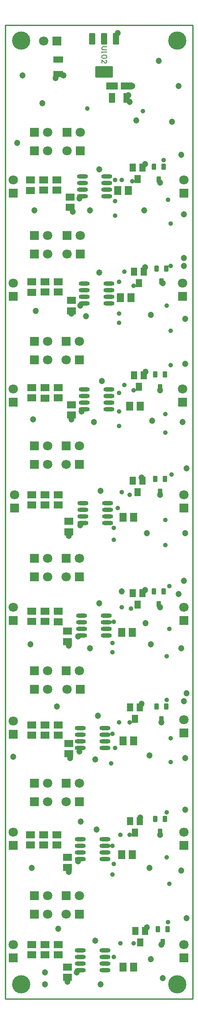
<source format=gts>
G04 Layer_Color=8388736*
%FSLAX25Y25*%
%MOIN*%
G70*
G01*
G75*
%ADD22C,0.01000*%
%ADD23C,0.00800*%
G04:AMPARAMS|DCode=38|XSize=31.62mil|YSize=47.37mil|CornerRadius=6.01mil|HoleSize=0mil|Usage=FLASHONLY|Rotation=0.000|XOffset=0mil|YOffset=0mil|HoleType=Round|Shape=RoundedRectangle|*
%AMROUNDEDRECTD38*
21,1,0.03162,0.03535,0,0,0.0*
21,1,0.01961,0.04737,0,0,0.0*
1,1,0.01202,0.00980,-0.01768*
1,1,0.01202,-0.00980,-0.01768*
1,1,0.01202,-0.00980,0.01768*
1,1,0.01202,0.00980,0.01768*
%
%ADD38ROUNDEDRECTD38*%
%ADD39R,0.04737X0.06312*%
%ADD40R,0.05524X0.06509*%
%ADD41R,0.06509X0.05524*%
%ADD42O,0.08280X0.03162*%
%ADD43R,0.08674X0.05524*%
G04:AMPARAMS|DCode=44|XSize=47.37mil|YSize=88.71mil|CornerRadius=5.97mil|HoleSize=0mil|Usage=FLASHONLY|Rotation=0.000|XOffset=0mil|YOffset=0mil|HoleType=Round|Shape=RoundedRectangle|*
%AMROUNDEDRECTD44*
21,1,0.04737,0.07677,0,0,0.0*
21,1,0.03543,0.08871,0,0,0.0*
1,1,0.01194,0.01772,-0.03839*
1,1,0.01194,-0.01772,-0.03839*
1,1,0.01194,-0.01772,0.03839*
1,1,0.01194,0.01772,0.03839*
%
%ADD44ROUNDEDRECTD44*%
G04:AMPARAMS|DCode=45|XSize=135.95mil|YSize=88.71mil|CornerRadius=6.02mil|HoleSize=0mil|Usage=FLASHONLY|Rotation=0.000|XOffset=0mil|YOffset=0mil|HoleType=Round|Shape=RoundedRectangle|*
%AMROUNDEDRECTD45*
21,1,0.13595,0.07667,0,0,0.0*
21,1,0.12392,0.08871,0,0,0.0*
1,1,0.01204,0.06196,-0.03834*
1,1,0.01204,-0.06196,-0.03834*
1,1,0.01204,-0.06196,0.03834*
1,1,0.01204,0.06196,0.03834*
%
%ADD45ROUNDEDRECTD45*%
%ADD46R,0.04540X0.07493*%
%ADD47R,0.07493X0.04540*%
%ADD48C,0.13800*%
%ADD49C,0.07099*%
%ADD50R,0.07099X0.07099*%
%ADD51R,0.07099X0.07099*%
%ADD52C,0.04737*%
%ADD53C,0.03556*%
D22*
X0Y-736221D02*
X141732D01*
Y0D01*
X0D02*
X141732D01*
X0Y-736221D02*
Y0D01*
D23*
X76499Y-16500D02*
X73583D01*
X73000Y-17083D01*
Y-18249D01*
X73583Y-18833D01*
X76499D01*
X73000Y-19999D02*
Y-21165D01*
Y-20582D01*
X76499D01*
X75916Y-19999D01*
Y-22915D02*
X76499Y-23498D01*
Y-24664D01*
X75916Y-25247D01*
X73583D01*
X73000Y-24664D01*
Y-23498D01*
X73583Y-22915D01*
X75916D01*
X73000Y-28746D02*
Y-26414D01*
X75333Y-28746D01*
X75916D01*
X76499Y-28163D01*
Y-26997D01*
X75916Y-26414D01*
D38*
X122740Y-683551D02*
D03*
X115260D02*
D03*
X119000Y-693000D02*
D03*
X120740Y-600276D02*
D03*
X113260D02*
D03*
X117000Y-609724D02*
D03*
X121740Y-515276D02*
D03*
X114260D02*
D03*
X118000Y-524724D02*
D03*
X119740Y-428276D02*
D03*
X112260D02*
D03*
X116000Y-437724D02*
D03*
X117000Y-352724D02*
D03*
X113260Y-343276D02*
D03*
X120740D02*
D03*
X118000Y-193724D02*
D03*
X114260Y-184276D02*
D03*
X121740D02*
D03*
X117000Y-273724D02*
D03*
X113260Y-264276D02*
D03*
X120740D02*
D03*
X116000Y-116724D02*
D03*
X112260Y-107276D02*
D03*
X119740D02*
D03*
D39*
X105740Y-684669D02*
D03*
X98260D02*
D03*
X102000Y-693331D02*
D03*
X101740Y-601669D02*
D03*
X94260D02*
D03*
X98000Y-610331D02*
D03*
X101740Y-515669D02*
D03*
X94260D02*
D03*
X98000Y-524331D02*
D03*
X103740Y-429339D02*
D03*
X96260D02*
D03*
X100000Y-438000D02*
D03*
Y-353000D02*
D03*
X96260Y-344339D02*
D03*
X103740D02*
D03*
X101000Y-273331D02*
D03*
X97260Y-264669D02*
D03*
X104740D02*
D03*
X101000Y-195000D02*
D03*
X97260Y-186339D02*
D03*
X104740D02*
D03*
X100000Y-116331D02*
D03*
X96260Y-107669D02*
D03*
X103740D02*
D03*
D40*
X96874Y-712000D02*
D03*
X89000D02*
D03*
X95937Y-627000D02*
D03*
X88063D02*
D03*
X96937Y-541000D02*
D03*
X89063D02*
D03*
X95874Y-459000D02*
D03*
X88000D02*
D03*
X89000Y-372000D02*
D03*
X96874D02*
D03*
X94063Y-288000D02*
D03*
X101937D02*
D03*
X87063Y-206000D02*
D03*
X94937D02*
D03*
X85000Y-125000D02*
D03*
X92874D02*
D03*
D41*
X20000Y-702937D02*
D03*
Y-695063D02*
D03*
X30000Y-702937D02*
D03*
Y-695063D02*
D03*
X40000Y-702937D02*
D03*
Y-695063D02*
D03*
X47000Y-719937D02*
D03*
Y-712063D02*
D03*
X19000Y-619937D02*
D03*
Y-612063D02*
D03*
X39000Y-619937D02*
D03*
Y-612063D02*
D03*
X29000Y-619937D02*
D03*
Y-612063D02*
D03*
X47000Y-636937D02*
D03*
Y-629063D02*
D03*
X20000Y-536937D02*
D03*
Y-529063D02*
D03*
X40000Y-536937D02*
D03*
Y-529063D02*
D03*
X48000Y-550937D02*
D03*
Y-543063D02*
D03*
X30000Y-536937D02*
D03*
Y-529063D02*
D03*
Y-450937D02*
D03*
Y-443063D02*
D03*
X47000Y-466000D02*
D03*
Y-458126D02*
D03*
X40000Y-451000D02*
D03*
Y-443126D02*
D03*
X20000Y-450874D02*
D03*
Y-443000D02*
D03*
X40000Y-355063D02*
D03*
Y-362937D02*
D03*
X30000Y-355063D02*
D03*
Y-362937D02*
D03*
X20000Y-355063D02*
D03*
Y-362937D02*
D03*
X48000Y-375126D02*
D03*
Y-383000D02*
D03*
X40000Y-274063D02*
D03*
Y-281937D02*
D03*
X30000Y-274126D02*
D03*
Y-282000D02*
D03*
X20000Y-274063D02*
D03*
Y-281937D02*
D03*
X50000Y-287063D02*
D03*
Y-294937D02*
D03*
Y-208126D02*
D03*
Y-216000D02*
D03*
X40000Y-194063D02*
D03*
Y-201937D02*
D03*
X30000Y-194063D02*
D03*
Y-201937D02*
D03*
X20000Y-194126D02*
D03*
Y-202000D02*
D03*
X19000Y-117126D02*
D03*
Y-125000D02*
D03*
X49000Y-130063D02*
D03*
Y-137937D02*
D03*
X29000Y-117063D02*
D03*
Y-124937D02*
D03*
X39000Y-117063D02*
D03*
Y-124937D02*
D03*
D42*
X75252Y-714500D02*
D03*
Y-709500D02*
D03*
Y-704500D02*
D03*
Y-699500D02*
D03*
X56748Y-714500D02*
D03*
Y-709500D02*
D03*
Y-704500D02*
D03*
Y-699500D02*
D03*
X75252Y-630500D02*
D03*
Y-625500D02*
D03*
Y-620500D02*
D03*
Y-615500D02*
D03*
X56748Y-630500D02*
D03*
Y-625500D02*
D03*
Y-620500D02*
D03*
Y-615500D02*
D03*
X75252Y-546500D02*
D03*
Y-541500D02*
D03*
Y-536500D02*
D03*
Y-531500D02*
D03*
X56748Y-546500D02*
D03*
Y-541500D02*
D03*
Y-536500D02*
D03*
Y-531500D02*
D03*
X76252Y-461500D02*
D03*
Y-456500D02*
D03*
Y-451500D02*
D03*
Y-446500D02*
D03*
X57748Y-461500D02*
D03*
Y-456500D02*
D03*
Y-451500D02*
D03*
Y-446500D02*
D03*
X59748Y-275500D02*
D03*
Y-280500D02*
D03*
Y-285500D02*
D03*
Y-290500D02*
D03*
X78252Y-275500D02*
D03*
Y-280500D02*
D03*
Y-285500D02*
D03*
Y-290500D02*
D03*
X59748Y-195500D02*
D03*
Y-200500D02*
D03*
Y-205500D02*
D03*
Y-210500D02*
D03*
X78252Y-195500D02*
D03*
Y-200500D02*
D03*
Y-205500D02*
D03*
Y-210500D02*
D03*
X58248Y-114500D02*
D03*
Y-119500D02*
D03*
Y-124500D02*
D03*
Y-129500D02*
D03*
X76752Y-114500D02*
D03*
Y-119500D02*
D03*
Y-124500D02*
D03*
Y-129500D02*
D03*
X58748Y-361500D02*
D03*
Y-366500D02*
D03*
Y-371500D02*
D03*
Y-376500D02*
D03*
X77252Y-361500D02*
D03*
Y-366500D02*
D03*
Y-371500D02*
D03*
Y-376500D02*
D03*
D43*
X80476Y-46000D02*
D03*
X91500D02*
D03*
D44*
X83555Y-10500D02*
D03*
X74500D02*
D03*
X65445D02*
D03*
D45*
X74500Y-35500D02*
D03*
D46*
X80488Y-55000D02*
D03*
X91512D02*
D03*
D47*
X40000Y-26000D02*
D03*
Y-37024D02*
D03*
D48*
X129921Y-725000D02*
D03*
X11811D02*
D03*
X129921Y-11811D02*
D03*
X11811D02*
D03*
D49*
X135000Y-695000D02*
D03*
X6000D02*
D03*
X135000Y-610000D02*
D03*
X6000D02*
D03*
X135000Y-525000D02*
D03*
X6000Y-526000D02*
D03*
X135000Y-440000D02*
D03*
X6000D02*
D03*
X32000Y-672013D02*
D03*
Y-658000D02*
D03*
X56000D02*
D03*
X46000Y-672013D02*
D03*
X32000Y-587000D02*
D03*
Y-573000D02*
D03*
X56000D02*
D03*
X46000Y-587000D02*
D03*
X32000Y-502000D02*
D03*
Y-488000D02*
D03*
X56000D02*
D03*
X46476Y-502000D02*
D03*
X32000Y-417000D02*
D03*
Y-403000D02*
D03*
X56000D02*
D03*
X46000Y-417000D02*
D03*
X135000Y-355000D02*
D03*
X7000D02*
D03*
X134000Y-275000D02*
D03*
X6000D02*
D03*
X134000Y-195000D02*
D03*
X6000D02*
D03*
X29000Y-12000D02*
D03*
X6000Y-117000D02*
D03*
X32000Y-81000D02*
D03*
Y-95000D02*
D03*
X56476Y-81000D02*
D03*
X46476Y-95000D02*
D03*
X135000Y-117000D02*
D03*
X32000Y-159000D02*
D03*
Y-239000D02*
D03*
Y-318000D02*
D03*
Y-173000D02*
D03*
Y-253000D02*
D03*
Y-332000D02*
D03*
X56476Y-159000D02*
D03*
X56000Y-239000D02*
D03*
Y-318000D02*
D03*
X46476Y-173000D02*
D03*
X46000Y-253000D02*
D03*
Y-332000D02*
D03*
D50*
X135000Y-705000D02*
D03*
X6000D02*
D03*
X135000Y-620000D02*
D03*
X6000D02*
D03*
X135000Y-535000D02*
D03*
X6000Y-536000D02*
D03*
X135000Y-450000D02*
D03*
X6000D02*
D03*
X135000Y-365000D02*
D03*
X7000D02*
D03*
X134000Y-285000D02*
D03*
X6000D02*
D03*
X134000Y-205000D02*
D03*
X6000D02*
D03*
Y-127000D02*
D03*
X135000D02*
D03*
D51*
X22000Y-672013D02*
D03*
Y-658000D02*
D03*
X46000D02*
D03*
X56000Y-672013D02*
D03*
X22000Y-587000D02*
D03*
Y-573000D02*
D03*
X46000D02*
D03*
X56000Y-587000D02*
D03*
X22000Y-502000D02*
D03*
Y-488000D02*
D03*
X46000D02*
D03*
X56476Y-502000D02*
D03*
X22000Y-417000D02*
D03*
Y-403000D02*
D03*
X46000D02*
D03*
X56000Y-417000D02*
D03*
X39000Y-12000D02*
D03*
X22000Y-81000D02*
D03*
Y-95000D02*
D03*
X46476Y-81000D02*
D03*
X56476Y-95000D02*
D03*
X22000Y-159000D02*
D03*
Y-239000D02*
D03*
Y-318000D02*
D03*
Y-173000D02*
D03*
Y-253000D02*
D03*
Y-332000D02*
D03*
X46476Y-159000D02*
D03*
X46000Y-239000D02*
D03*
Y-318000D02*
D03*
X56476Y-173000D02*
D03*
X56000Y-253000D02*
D03*
Y-332000D02*
D03*
D52*
X30000Y-725000D02*
D03*
X136000Y-593000D02*
D03*
X30000Y-716000D02*
D03*
X40000Y-683000D02*
D03*
X54000Y-716000D02*
D03*
X47000Y-723000D02*
D03*
X72000Y-725000D02*
D03*
X110000Y-706000D02*
D03*
X119072Y-720500D02*
D03*
X137000Y-675000D02*
D03*
X118000Y-695000D02*
D03*
X107000Y-682000D02*
D03*
X68000Y-692000D02*
D03*
X69000Y-608000D02*
D03*
X20000Y-637000D02*
D03*
X57000Y-602000D02*
D03*
X133000Y-639000D02*
D03*
X109000Y-637000D02*
D03*
X117000Y-612063D02*
D03*
X102000Y-599000D02*
D03*
X55000Y-632000D02*
D03*
X48000Y-640000D02*
D03*
X39000Y-515000D02*
D03*
X68000Y-555000D02*
D03*
X136000Y-554000D02*
D03*
X109000Y-552000D02*
D03*
X137000Y-505000D02*
D03*
X135000Y-511000D02*
D03*
X118000Y-527000D02*
D03*
X103000Y-513000D02*
D03*
X70000Y-522000D02*
D03*
X56000Y-549000D02*
D03*
X49000Y-554000D02*
D03*
X6000Y-553000D02*
D03*
X48000Y-469000D02*
D03*
X19000Y-468000D02*
D03*
X64000Y-471000D02*
D03*
X133000D02*
D03*
X110000Y-468000D02*
D03*
X106000Y-452000D02*
D03*
X88063Y-428276D02*
D03*
X131000Y-430000D02*
D03*
X135000Y-420000D02*
D03*
X71000Y-437000D02*
D03*
X55000Y-462000D02*
D03*
X117000Y-440000D02*
D03*
X105740Y-427000D02*
D03*
X107000Y-384000D02*
D03*
X136000D02*
D03*
X103000Y-342000D02*
D03*
X117000Y-355000D02*
D03*
X56748Y-378000D02*
D03*
X48000Y-386000D02*
D03*
X72000Y-352000D02*
D03*
X137000Y-335000D02*
D03*
X136000Y-256000D02*
D03*
X111000Y-299000D02*
D03*
X134000Y-300000D02*
D03*
X117000Y-276000D02*
D03*
X106000Y-262000D02*
D03*
X73000Y-269000D02*
D03*
X50000Y-298000D02*
D03*
X57748Y-292000D02*
D03*
X67000Y-300000D02*
D03*
X21000Y-298000D02*
D03*
X23000Y-216000D02*
D03*
X71000Y-187000D02*
D03*
X135000Y-143000D02*
D03*
X61000Y-220000D02*
D03*
X110000Y-219000D02*
D03*
X136000Y-222000D02*
D03*
X135000Y-182000D02*
D03*
Y-176000D02*
D03*
X105740Y-183000D02*
D03*
X119000Y-195000D02*
D03*
X50000Y-218000D02*
D03*
X56748Y-212000D02*
D03*
X99000Y-72000D02*
D03*
X126000Y-73000D02*
D03*
X105000Y-140000D02*
D03*
X64000D02*
D03*
X22000D02*
D03*
X9000Y-89000D02*
D03*
X28000Y-59000D02*
D03*
X13000Y-38000D02*
D03*
X131000Y-46000D02*
D03*
X116000Y-27000D02*
D03*
X85000Y-6000D02*
D03*
X105740Y-105000D02*
D03*
X94000Y-58000D02*
D03*
X38000Y-40000D02*
D03*
X44000Y-38000D02*
D03*
X95874Y-46000D02*
D03*
X93000Y-53000D02*
D03*
X51000Y-141000D02*
D03*
X56000Y-131000D02*
D03*
X117000Y-119000D02*
D03*
X133000Y-98000D02*
D03*
X71000Y-109000D02*
D03*
D53*
X123063Y-678000D02*
D03*
X124000Y-649000D02*
D03*
X122000Y-629000D02*
D03*
X87000Y-694000D02*
D03*
X96874D02*
D03*
X82000Y-634000D02*
D03*
X80937Y-642000D02*
D03*
X82000Y-704500D02*
D03*
X122000Y-510000D02*
D03*
X125063Y-539063D02*
D03*
Y-557000D02*
D03*
X122000Y-595000D02*
D03*
X87000Y-612000D02*
D03*
X94000Y-612063D02*
D03*
X83000Y-546500D02*
D03*
X80000Y-558000D02*
D03*
X81000Y-620500D02*
D03*
Y-474000D02*
D03*
Y-467000D02*
D03*
X80937Y-535937D02*
D03*
X86000Y-527000D02*
D03*
X94000D02*
D03*
X88000Y-440000D02*
D03*
X95000Y-441000D02*
D03*
X81937Y-451000D02*
D03*
X82000Y-389000D02*
D03*
Y-380000D02*
D03*
X122000Y-477000D02*
D03*
X124000Y-456500D02*
D03*
Y-424000D02*
D03*
X121000Y-393000D02*
D03*
Y-374000D02*
D03*
X125677Y-339677D02*
D03*
X88000Y-353000D02*
D03*
X94063Y-355063D02*
D03*
X85000Y-365000D02*
D03*
X86000Y-303000D02*
D03*
Y-292000D02*
D03*
X90000Y-272000D02*
D03*
X86000Y-278000D02*
D03*
X97000Y-276000D02*
D03*
X121000Y-308000D02*
D03*
Y-294000D02*
D03*
X125000Y-257000D02*
D03*
Y-231000D02*
D03*
X122000Y-212000D02*
D03*
X123000Y-132000D02*
D03*
X86000Y-225000D02*
D03*
X125000Y-182000D02*
D03*
Y-150000D02*
D03*
X97000Y-197000D02*
D03*
X90000Y-186339D02*
D03*
X86000Y-218000D02*
D03*
Y-194000D02*
D03*
X88000Y-117000D02*
D03*
X96000Y-118000D02*
D03*
X82874Y-117126D02*
D03*
X119740Y-102260D02*
D03*
X62000Y-63000D02*
D03*
X104000Y-65000D02*
D03*
X83000Y-133000D02*
D03*
Y-144000D02*
D03*
M02*

</source>
